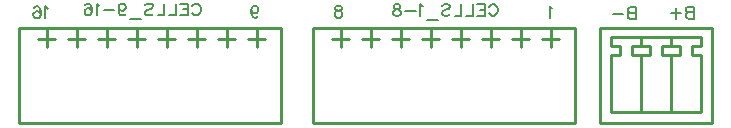
<source format=gbo>
G04 Layer: BottomSilkscreenLayer*
G04 EasyEDA Pro v2.0.34.720dcead.1ebef4, 2023-10-23 10:25:04*
G04 Gerber Generator version 0.3*
G04 Scale: 100 percent, Rotated: No, Reflected: No*
G04 Dimensions in millimeters*
G04 Leading zeros omitted, absolute positions, 3 integers and 3 decimals*
%FSLAX33Y33*%
%MOMM*%
%ADD10C,0.152*%
%ADD11C,0.254*%
G75*


G04 Text Start*
G04 //text: 1*
G54D10*
G01X52791Y29362D02*
G01X52697Y29411D01*
G01X52555Y29550D01*
G01Y28562D01*
G04 //text: 9*
G01X27287Y29220D02*
G01X27333Y29081D01*
G01X27429Y28987D01*
G01X27569Y28938D01*
G01X27617D01*
G01X27757Y28987D01*
G01X27851Y29081D01*
G01X27899Y29220D01*
G01Y29268D01*
G01X27851Y29411D01*
G01X27757Y29505D01*
G01X27617Y29550D01*
G01X27569D01*
G01X27429Y29505D01*
G01X27333Y29411D01*
G01X27287Y29220D01*
G01Y28987D01*
G01X27333Y28750D01*
G01X27429Y28608D01*
G01X27569Y28562D01*
G01X27663D01*
G01X27805Y28608D01*
G01X27851Y28702D01*
G04 //text: 8*
G01X34775Y29550D02*
G01X34917Y29505D01*
G01X34963Y29411D01*
G01Y29317D01*
G01X34917Y29220D01*
G01X34823Y29175D01*
G01X34635Y29126D01*
G01X34493Y29081D01*
G01X34399Y28987D01*
G01X34351Y28893D01*
G01Y28750D01*
G01X34399Y28656D01*
G01X34445Y28608D01*
G01X34587Y28562D01*
G01X34775D01*
G01X34917Y28608D01*
G01X34963Y28656D01*
G01X35011Y28750D01*
G01Y28893D01*
G01X34963Y28987D01*
G01X34869Y29081D01*
G01X34729Y29126D01*
G01X34541Y29175D01*
G01X34445Y29220D01*
G01X34399Y29317D01*
G01Y29411D01*
G01X34445Y29505D01*
G01X34587Y29550D01*
G01X34775D01*
G04 //text: 16*
G01X10090Y29312D02*
G01X9994Y29360D01*
G01X9851Y29502D01*
G01Y28496D01*
G01X8894Y29360D02*
G01X8942Y29454D01*
G01X9084Y29502D01*
G01X9181D01*
G01X9326Y29454D01*
G01X9420Y29312D01*
G01X9468Y29070D01*
G01Y28832D01*
G01X9420Y28641D01*
G01X9326Y28544D01*
G01X9181Y28496D01*
G01X9133D01*
G01X8990Y28544D01*
G01X8894Y28641D01*
G01X8846Y28783D01*
G01Y28832D01*
G01X8894Y28976D01*
G01X8990Y29070D01*
G01X9133Y29119D01*
G01X9181D01*
G01X9326Y29070D01*
G01X9420Y28976D01*
G01X9468Y28832D01*
G04 //text: B+*
G01X64747Y29489D02*
G01X64747Y28484D01*
G01X64747Y29489D02*
G01X64315Y29489D01*
G01X64173Y29441D01*
G01X64125Y29393D01*
G01X64077Y29299D01*
G01Y29202D01*
G01X64125Y29106D01*
G01X64173Y29058D01*
G01X64315Y29012D01*
G01X64747Y29012D02*
G01X64315Y29012D01*
G01X64173Y28964D01*
G01X64125Y28915D01*
G01X64077Y28819D01*
G01Y28674D01*
G01X64125Y28580D01*
G01X64173Y28532D01*
G01X64315Y28484D01*
G01X64747D01*
G01X63264Y29347D02*
G01X63264Y28484D01*
G01X63693Y28915D02*
G01X62832Y28915D01*
G04 //text: B-*
G01X59823Y29453D02*
G01X59823Y28447D01*
G01X59823Y29453D02*
G01X59392Y29453D01*
G01X59249Y29404D01*
G01X59201Y29356D01*
G01X59153Y29262D01*
G01Y29166D01*
G01X59201Y29069D01*
G01X59249Y29021D01*
G01X59392Y28975D01*
G01X59823Y28975D02*
G01X59392Y28975D01*
G01X59249Y28927D01*
G01X59201Y28879D01*
G01X59153Y28782D01*
G01Y28637D01*
G01X59201Y28543D01*
G01X59249Y28495D01*
G01X59392Y28447D01*
G01X59823D01*
G01X58769Y28879D02*
G01X57908Y28879D01*
G04 //text: CELLS_1-8*
G01X47421Y29468D02*
G01X47469Y29564D01*
G01X47565Y29658D01*
G01X47659Y29707D01*
G01X47852D01*
G01X47949Y29658D01*
G01X48043Y29564D01*
G01X48091Y29468D01*
G01X48139Y29323D01*
G01Y29084D01*
G01X48091Y28939D01*
G01X48043Y28846D01*
G01X47949Y28749D01*
G01X47852Y28701D01*
G01X47659D01*
G01X47565Y28749D01*
G01X47469Y28846D01*
G01X47421Y28939D01*
G01X47040Y29707D02*
G01X47040Y28701D01*
G01X47040Y29707D02*
G01X46415Y29707D01*
G01X47040Y29229D02*
G01X46656Y29229D01*
G01X47040Y28701D02*
G01X46415Y28701D01*
G01X46034Y29707D02*
G01X46034Y28701D01*
G01X46034Y28701D02*
G01X45457Y28701D01*
G01X45076Y29707D02*
G01X45076Y28701D01*
G01X45076Y28701D02*
G01X44502Y28701D01*
G01X43448Y29564D02*
G01X43544Y29658D01*
G01X43687Y29707D01*
G01X43880D01*
G01X44022Y29658D01*
G01X44119Y29564D01*
G01Y29468D01*
G01X44070Y29371D01*
G01X44022Y29323D01*
G01X43928Y29275D01*
G01X43638Y29181D01*
G01X43544Y29133D01*
G01X43496Y29084D01*
G01X43448Y28988D01*
G01Y28846D01*
G01X43544Y28749D01*
G01X43687Y28701D01*
G01X43880D01*
G01X44022Y28749D01*
G01X44119Y28846D01*
G01X43064Y28365D02*
G01X42203Y28365D01*
G01X41820Y29516D02*
G01X41726Y29564D01*
G01X41581Y29707D01*
G01Y28701D01*
G01X41200Y29133D02*
G01X40336Y29133D01*
G01X39714Y29707D02*
G01X39859Y29658D01*
G01X39907Y29564D01*
G01Y29468D01*
G01X39859Y29371D01*
G01X39762Y29323D01*
G01X39572Y29275D01*
G01X39427Y29229D01*
G01X39331Y29133D01*
G01X39285Y29036D01*
G01Y28891D01*
G01X39331Y28797D01*
G01X39379Y28749D01*
G01X39524Y28701D01*
G01X39714D01*
G01X39859Y28749D01*
G01X39907Y28797D01*
G01X39955Y28891D01*
G01Y29036D01*
G01X39907Y29133D01*
G01X39811Y29229D01*
G01X39666Y29275D01*
G01X39475Y29323D01*
G01X39379Y29371D01*
G01X39331Y29468D01*
G01Y29564D01*
G01X39379Y29658D01*
G01X39524Y29707D01*
G01X39714D01*
G04 //text: CELLS_9-16*
G01X22275Y29512D02*
G01X22323Y29609D01*
G01X22419Y29703D01*
G01X22513Y29751D01*
G01X22706D01*
G01X22803Y29703D01*
G01X22897Y29609D01*
G01X22945Y29512D01*
G01X22993Y29367D01*
G01Y29129D01*
G01X22945Y28984D01*
G01X22897Y28890D01*
G01X22803Y28793D01*
G01X22706Y28745D01*
G01X22513D01*
G01X22419Y28793D01*
G01X22323Y28890D01*
G01X22275Y28984D01*
G01X21894Y29751D02*
G01X21894Y28745D01*
G01X21894Y29751D02*
G01X21269Y29751D01*
G01X21894Y29274D02*
G01X21510Y29274D01*
G01X21894Y28745D02*
G01X21269Y28745D01*
G01X20888Y29751D02*
G01X20888Y28745D01*
G01X20888Y28745D02*
G01X20311Y28745D01*
G01X19930Y29751D02*
G01X19930Y28745D01*
G01X19930Y28745D02*
G01X19356Y28745D01*
G01X18302Y29609D02*
G01X18398Y29703D01*
G01X18541Y29751D01*
G01X18734D01*
G01X18876Y29703D01*
G01X18973Y29609D01*
G01Y29512D01*
G01X18924Y29416D01*
G01X18876Y29367D01*
G01X18782Y29319D01*
G01X18492Y29225D01*
G01X18398Y29177D01*
G01X18350Y29129D01*
G01X18302Y29032D01*
G01Y28890D01*
G01X18398Y28793D01*
G01X18541Y28745D01*
G01X18734D01*
G01X18876Y28793D01*
G01X18973Y28890D01*
G01X17918Y28410D02*
G01X17057Y28410D01*
G01X16052Y29416D02*
G01X16100Y29274D01*
G01X16196Y29177D01*
G01X16339Y29129D01*
G01X16387D01*
G01X16532Y29177D01*
G01X16628Y29274D01*
G01X16674Y29416D01*
G01Y29464D01*
G01X16628Y29609D01*
G01X16532Y29703D01*
G01X16387Y29751D01*
G01X16339D01*
G01X16196Y29703D01*
G01X16100Y29609D01*
G01X16052Y29416D01*
G01Y29177D01*
G01X16100Y28936D01*
G01X16196Y28793D01*
G01X16339Y28745D01*
G01X16435D01*
G01X16580Y28793D01*
G01X16628Y28890D01*
G01X15671Y29177D02*
G01X14807Y29177D01*
G01X14426Y29561D02*
G01X14329Y29609D01*
G01X14185Y29751D01*
G01Y28745D01*
G01X13230Y29609D02*
G01X13275Y29703D01*
G01X13420Y29751D01*
G01X13517D01*
G01X13659Y29703D01*
G01X13755Y29561D01*
G01X13804Y29319D01*
G01Y29080D01*
G01X13755Y28890D01*
G01X13659Y28793D01*
G01X13517Y28745D01*
G01X13468D01*
G01X13324Y28793D01*
G01X13230Y28890D01*
G01X13181Y29032D01*
G01Y29080D01*
G01X13230Y29225D01*
G01X13324Y29319D01*
G01X13468Y29367D01*
G01X13517D01*
G01X13659Y29319D01*
G01X13755Y29225D01*
G01X13804Y29080D01*
G04 Text End*

G04 PolygonModel Start*
G54D11*
G01X66291Y27701D02*
G01X56811Y27701D01*
G01X60281Y20580D02*
G01X65361Y20580D01*
G01X65234Y26930D02*
G01X65103Y26930D01*
G01X65361Y26930D02*
G01X64956Y26930D01*
G01X62821Y20580D02*
G01X62821Y25406D01*
G01X62821Y25406D02*
G01X63583Y25406D01*
G01X63583Y25406D02*
G01X63583Y26168D01*
G01X63583Y26168D02*
G01X62821Y26168D01*
G01X62821Y26168D02*
G01X62821Y26930D01*
G01X62821Y26930D02*
G01X65234Y26930D01*
G01X65234Y26168D02*
G01X65361Y26168D01*
G01X65361Y26168D02*
G01X65361Y26930D01*
G01X65234Y26168D02*
G01X64599Y26168D01*
G01X64599Y26168D02*
G01X64599Y25406D01*
G01X64599Y25406D02*
G01X65361Y25406D01*
G01X65361Y25406D02*
G01X65361Y20580D01*
G01X62694Y26930D02*
G01X62563Y26930D01*
G01X62821Y26930D02*
G01X62416Y26930D01*
G01X60281Y20580D02*
G01X60281Y25406D01*
G01X60281Y25406D02*
G01X61043Y25406D01*
G01X61043Y25406D02*
G01X61043Y26168D01*
G01X61043Y26168D02*
G01X60281Y26168D01*
G01X60281Y26168D02*
G01X60281Y26930D01*
G01X60281Y26930D02*
G01X62694Y26930D01*
G01X62694Y26168D02*
G01X62821Y26168D01*
G01X62821Y26168D02*
G01X62821Y26930D01*
G01X62694Y26168D02*
G01X62059Y26168D01*
G01X62059Y26168D02*
G01X62059Y25406D01*
G01X62059Y25406D02*
G01X62821Y25406D01*
G01X62821Y25406D02*
G01X62821Y20580D01*
G01X60154Y26168D02*
G01X59519Y26168D01*
G01X59519Y26168D02*
G01X59519Y25406D01*
G01X59519Y25406D02*
G01X60281Y25406D01*
G01X60281Y25406D02*
G01X60281Y20580D01*
G01X57741Y20580D02*
G01X57741Y25406D01*
G01X57741Y25406D02*
G01X58503Y25406D01*
G01X58503Y25406D02*
G01X58503Y26168D01*
G01X58503Y26168D02*
G01X57741Y26168D01*
G01X57741Y26168D02*
G01X57741Y26930D01*
G01X57741Y26930D02*
G01X60154Y26930D01*
G01X60281Y26930D02*
G01X59876Y26930D01*
G01X60154Y26930D02*
G01X60023Y26930D01*
G01X60154Y26168D02*
G01X60281Y26168D01*
G01X60281Y26168D02*
G01X60281Y26930D01*
G01X60281Y20580D02*
G01X57741Y20580D01*
G01X66291Y19601D02*
G01X66291Y27701D01*
G01X66291Y19601D02*
G01X56811Y19601D01*
G01X56811Y19601D02*
G01X56811Y27701D01*
G01X53337Y26721D02*
G01X51887Y26721D01*
G01X52628Y27701D02*
G01X52628Y26071D01*
G01X35557Y26721D02*
G01X34107Y26721D01*
G01X34848Y27701D02*
G01X34848Y26071D01*
G01X38097Y26721D02*
G01X36647Y26721D01*
G01X37388Y27701D02*
G01X37388Y26071D01*
G01X40636Y26721D02*
G01X39186Y26721D01*
G01X39928Y27701D02*
G01X39928Y26071D01*
G01X43177Y26721D02*
G01X41727Y26721D01*
G01X42468Y27701D02*
G01X42468Y26071D01*
G01X45717Y26721D02*
G01X44267Y26721D01*
G01X45008Y27701D02*
G01X45008Y26071D01*
G01X48257Y26721D02*
G01X46807Y26721D01*
G01X47548Y27701D02*
G01X47548Y26071D01*
G01X50088Y27701D02*
G01X50088Y26071D01*
G01X50797Y26721D02*
G01X49347Y26721D01*
G01X32507Y27701D02*
G01X32507Y19601D01*
G01X32507Y19601D02*
G01X54687Y19601D01*
G01X54687Y27701D02*
G01X54687Y19601D01*
G01X32507Y27701D02*
G01X54687Y27701D01*
G01X28445Y26721D02*
G01X26995Y26721D01*
G01X27736Y27701D02*
G01X27736Y26071D01*
G01X10665Y26721D02*
G01X9215Y26721D01*
G01X9956Y27701D02*
G01X9956Y26071D01*
G01X13205Y26721D02*
G01X11755Y26721D01*
G01X12496Y27701D02*
G01X12496Y26071D01*
G01X15744Y26721D02*
G01X14294Y26721D01*
G01X15036Y27701D02*
G01X15036Y26071D01*
G01X18285Y26721D02*
G01X16835Y26721D01*
G01X17576Y27701D02*
G01X17576Y26071D01*
G01X20825Y26721D02*
G01X19375Y26721D01*
G01X20116Y27701D02*
G01X20116Y26071D01*
G01X23365Y26721D02*
G01X21915Y26721D01*
G01X22656Y27701D02*
G01X22656Y26071D01*
G01X25196Y27701D02*
G01X25196Y26071D01*
G01X25905Y26721D02*
G01X24455Y26721D01*
G01X7615Y27701D02*
G01X7615Y19601D01*
G01X7615Y19601D02*
G01X29795Y19601D01*
G01X29795Y27701D02*
G01X29795Y19601D01*
G01X7615Y27701D02*
G01X29795Y27701D01*
G04 PolygonModel End*

M02*

</source>
